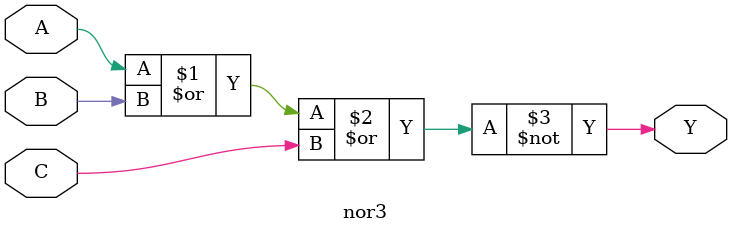
<source format=v>

module nor3 (Y, A, B, C);
    output Y;
    input A;
    input B;
    input C;

nor (Y, A, B, C);

endmodule

</source>
